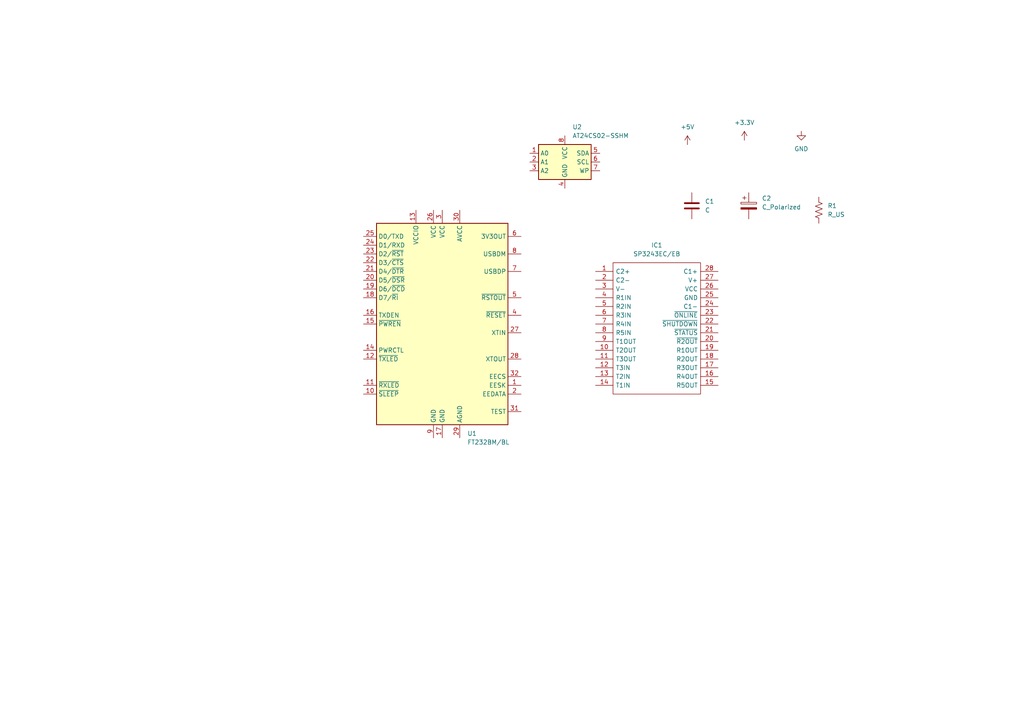
<source format=kicad_sch>
(kicad_sch (version 20231120) (generator "eeschema") (generator_version "8.0")
  (paper "A4")
  (title_block (title "Hokushime DB9 to RS232") (date "2025-04-14") (rev "0.0") (company "CRUMBS "))
  (lib_symbols
    (symbol "Device:C" (pin_numbers hide) (pin_names (offset 0.254))
      (property "Reference" "C" (at 0.635 2.54 0))
      (property "Value" "C" (at 0.635 -2.54 0))
      (symbol "C_0_1"
        (polyline (pts (xy -2.032 -0.762) (xy 2.032 -0.762)) (stroke (width 0.508)))
        (polyline (pts (xy -2.032 0.762) (xy 2.032 0.762)) (stroke (width 0.508)))
      )
      (symbol "C_1_1"
        (pin passive line (at 0 3.81 270) (length 2.794) (name "~") (number "1"))
        (pin passive line (at 0 -3.81 90) (length 2.794) (name "~") (number "2"))
      )
    )
    (symbol "Device:C_Polarized" (pin_numbers hide) (pin_names (offset 0.254))
      (property "Reference" "C" (at 0.635 2.54 0))
      (property "Value" "C_Polarized" (at 0.635 -2.54 0))
      (symbol "C_Polarized_0_1"
        (rectangle (start -2.286 0.508) (end 2.286 1.016))
        (polyline (pts (xy -1.778 2.286) (xy -0.762 2.286)))
        (polyline (pts (xy -1.27 2.794) (xy -1.27 1.778)))
        (rectangle (start 2.286 -0.508) (end -2.286 -1.016) (fill (type outline)))
      )
      (symbol "C_Polarized_1_1"
        (pin passive line (at 0 3.81 270) (length 2.794) (name "~") (number "1"))
        (pin passive line (at 0 -3.81 90) (length 2.794) (name "~") (number "2"))
      )
    )
    (symbol "Device:R_US" (pin_numbers hide) (pin_names (offset 0))
      (property "Reference" "R" (at 2.54 0 90))
      (property "Value" "R_US" (at -2.54 0 90))
      (symbol "R_US_0_1"
        (polyline (pts (xy 0 -2.286) (xy 0 -2.54)))
        (polyline (pts (xy 0 2.286) (xy 0 2.54)))
        (polyline (pts (xy 0 -0.762) (xy 1.016 -1.143) (xy 0 -1.524) (xy -1.016 -1.905) (xy 0 -2.286)))
        (polyline (pts (xy 0 0.762) (xy 1.016 0.381) (xy 0 0) (xy -1.016 -0.381) (xy 0 -0.762)))
        (polyline (pts (xy 0 2.286) (xy 1.016 1.905) (xy 0 1.524) (xy -1.016 1.143) (xy 0 0.762)))
      )
      (symbol "R_US_1_1"
        (pin passive line (at 0 3.81 270) (length 1.27) (name "~") (number "1"))
        (pin passive line (at 0 -3.81 90) (length 1.27) (name "~") (number "2"))
      )
    )
    (symbol "Interface_USB:FT232BM"
      (property "Reference" "U" (at -19.05 30.48 0))
      (property "Value" "FT232BM" (at 11.43 30.48 0))
      (symbol "FT232BM_0_1"
        (rectangle (start -19.05 29.21) (end 19.05 -29.21) (stroke (width 0.254)) (fill (type background)))
      )
      (symbol "FT232BM_1_1"
        (pin output line (at 22.86 -17.78 180) (length 3.81) (name "EESK") (number "1"))
        (pin output line (at -22.86 -20.32 0) (length 3.81) (name "~{SLEEP}") (number "10"))
        (pin open_collector line (at -22.86 -17.78 0) (length 3.81) (name "~{RXLED}") (number "11"))
        (pin open_collector line (at -22.86 -10.16 0) (length 3.81) (name "~{TXLED}") (number "12"))
        (pin power_in line (at -7.62 33.02 270) (length 3.81) (name "VCCIO") (number "13"))
        (pin input line (at -22.86 -7.62 0) (length 3.81) (name "PWRCTL") (number "14"))
        (pin output line (at -22.86 0 0) (length 3.81) (name "~{PWREN}") (number "15"))
        (pin output line (at -22.86 2.54 0) (length 3.81) (name "TXDEN") (number "16"))
        (pin power_in line (at 0 -33.02 90) (length 3.81) (name "GND") (number "17"))
        (pin bidirectional line (at -22.86 7.62 0) (length 3.81) (name "D7/~{RI}") (number "18"))
        (pin bidirectional line (at -22.86 10.16 0) (length 3.81) (name "D6/~{DCD}") (number "19"))
        (pin bidirectional line (at 22.86 -20.32 180) (length 3.81) (name "EEDATA") (number "2"))
        (pin bidirectional line (at -22.86 12.7 0) (length 3.81) (name "D5/~{DSR}") (number "20"))
        (pin bidirectional line (at -22.86 15.24 0) (length 3.81) (name "D4/~{DTR}") (number "21"))
        (pin bidirectional line (at -22.86 17.78 0) (length 3.81) (name "D3/~{CTS}") (number "22"))
        (pin bidirectional line (at -22.86 20.32 0) (length 3.81) (name "D2/~{RST}") (number "23"))
        (pin bidirectional line (at -22.86 22.86 0) (length 3.81) (name "D1/RXD") (number "24"))
        (pin bidirectional line (at -22.86 25.4 0) (length 3.81) (name "D0/TXD") (number "25"))
        (pin power_in line (at -2.54 33.02 270) (length 3.81) (name "VCC") (number "26"))
        (pin input line (at 22.86 -2.54 180) (length 3.81) (name "XTIN") (number "27"))
        (pin output line (at 22.86 -10.16 180) (length 3.81) (name "XTOUT") (number "28"))
        (pin power_in line (at 5.08 -33.02 90) (length 3.81) (name "AGND") (number "29"))
        (pin power_in line (at 0 33.02 270) (length 3.81) (name "VCC") (number "3"))
        (pin power_in line (at 5.08 33.02 270) (length 3.81) (name "AVCC") (number "30"))
        (pin input line (at 22.86 -25.4 180) (length 3.81) (name "TEST") (number "31"))
        (pin bidirectional line (at 22.86 -15.24 180) (length 3.81) (name "EECS") (number "32"))
        (pin input line (at 22.86 2.54 180) (length 3.81) (name "~{RESET}") (number "4"))
        (pin output line (at 22.86 7.62 180) (length 3.81) (name "~{RSTOUT}") (number "5"))
        (pin power_out line (at 22.86 25.4 180) (length 3.81) (name "3V3OUT") (number "6"))
        (pin bidirectional line (at 22.86 15.24 180) (length 3.81) (name "USBDP") (number "7"))
        (pin bidirectional line (at 22.86 20.32 180) (length 3.81) (name "USBDM") (number "8"))
        (pin power_in line (at -2.54 -33.02 90) (length 3.81) (name "GND") (number "9"))
      )
    )
    (symbol "Memory_EEPROM:AT24CS02-SSHM"
      (property "Reference" "U" (at -7.62 6.35 0))
      (property "Value" "AT24CS02-SSHM" (at 2.54 -6.35 0))
      (symbol "AT24CS02-SSHM_1_1"
        (rectangle (start -7.62 5.08) (end 7.62 -5.08) (stroke (width 0.254)) (fill (type background)))
        (pin input line (at -10.16 2.54 0) (length 2.54) (name "A0") (number "1"))
        (pin input line (at -10.16 0 0) (length 2.54) (name "A1") (number "2"))
        (pin input line (at -10.16 -2.54 0) (length 2.54) (name "A2") (number "3"))
        (pin power_in line (at 0 -7.62 90) (length 2.54) (name "GND") (number "4"))
        (pin bidirectional line (at 10.16 2.54 180) (length 2.54) (name "SDA") (number "5"))
        (pin input line (at 10.16 0 180) (length 2.54) (name "SCL") (number "6"))
        (pin input line (at 10.16 -2.54 180) (length 2.54) (name "WP") (number "7"))
        (pin power_in line (at 0 7.62 270) (length 2.54) (name "VCC") (number "8"))
      )
    )
    (symbol "SP3243ECA-L:SP3243ECA-L" (pin_names (offset 0.762))
      (property "Reference" "IC" (at 31.75 7.62 0))
      (property "Value" "SP3243ECA-L" (at 31.75 5.08 0))
      (symbol "SP3243ECA-L_0_0"
        (pin passive line (at 0 0 0) (length 5.08) (name "C2+") (number "1"))
        (pin passive line (at 0 -22.86 0) (length 5.08) (name "T2OUT") (number "10"))
        (pin passive line (at 0 -25.4 0) (length 5.08) (name "T3OUT") (number "11"))
        (pin passive line (at 0 -27.94 0) (length 5.08) (name "T3IN") (number "12"))
        (pin passive line (at 0 -30.48 0) (length 5.08) (name "T2IN") (number "13"))
        (pin passive line (at 0 -33.02 0) (length 5.08) (name "T1IN") (number "14"))
        (pin passive line (at 35.56 -33.02 180) (length 5.08) (name "R5OUT") (number "15"))
        (pin passive line (at 35.56 -30.48 180) (length 5.08) (name "R4OUT") (number "16"))
        (pin passive line (at 35.56 -27.94 180) (length 5.08) (name "R3OUT") (number "17"))
        (pin passive line (at 35.56 -25.4 180) (length 5.08) (name "R2OUT") (number "18"))
        (pin passive line (at 35.56 -22.86 180) (length 5.08) (name "R1OUT") (number "19"))
        (pin passive line (at 0 -2.54 0) (length 5.08) (name "C2-") (number "2"))
        (pin passive line (at 35.56 -20.32 180) (length 5.08) (name "~{R2OUT}") (number "20"))
        (pin passive line (at 35.56 -17.78 180) (length 5.08) (name "~{STATUS}") (number "21"))
        (pin passive line (at 35.56 -15.24 180) (length 5.08) (name "~{SHUTDOWN}") (number "22"))
        (pin passive line (at 35.56 -12.7 180) (length 5.08) (name "~{ONLINE}") (number "23"))
        (pin passive line (at 35.56 -10.16 180) (length 5.08) (name "C1-") (number "24"))
        (pin passive line (at 35.56 -7.62 180) (length 5.08) (name "GND") (number "25"))
        (pin passive line (at 35.56 -5.08 180) (length 5.08) (name "VCC") (number "26"))
        (pin passive line (at 35.56 -2.54 180) (length 5.08) (name "V+") (number "27"))
        (pin passive line (at 35.56 0 180) (length 5.08) (name "C1+") (number "28"))
        (pin passive line (at 0 -5.08 0) (length 5.08) (name "V-") (number "3"))
        (pin passive line (at 0 -7.62 0) (length 5.08) (name "R1IN") (number "4"))
        (pin passive line (at 0 -10.16 0) (length 5.08) (name "R2IN") (number "5"))
        (pin passive line (at 0 -12.7 0) (length 5.08) (name "R3IN") (number "6"))
        (pin passive line (at 0 -15.24 0) (length 5.08) (name "R4IN") (number "7"))
        (pin passive line (at 0 -17.78 0) (length 5.08) (name "R5IN") (number "8"))
        (pin passive line (at 0 -20.32 0) (length 5.08) (name "T1OUT") (number "9"))
      )
      (symbol "SP3243ECA-L_0_1"
        (polyline (pts (xy 5.08 2.54) (xy 30.48 2.54) (xy 30.48 -35.56) (xy 5.08 -35.56) (xy 5.08 2.54)) (stroke (width 0.1524)))
      )
    )
    (symbol "power:+3.3V" (power) (pin_numbers hide) (pin_names (offset 0) hide)
      (property "Value" "+3.3V" (at 0 3.556 0))
      (symbol "+3.3V_0_1"
        (polyline (pts (xy -0.762 1.27) (xy 0 2.54)))
        (polyline (pts (xy 0 0) (xy 0 2.54)))
        (polyline (pts (xy 0 2.54) (xy 0.762 1.27)))
      )
      (symbol "+3.3V_1_1"
        (pin power_in line (at 0 0 90) (length 0) (name "~") (number "1"))
      )
    )
    (symbol "power:+5V" (power) (pin_numbers hide) (pin_names (offset 0) hide)
      (property "Value" "+5V" (at 0 3.556 0))
      (symbol "+5V_0_1"
        (polyline (pts (xy -0.762 1.27) (xy 0 2.54)))
        (polyline (pts (xy 0 0) (xy 0 2.54)))
        (polyline (pts (xy 0 2.54) (xy 0.762 1.27)))
      )
      (symbol "+5V_1_1"
        (pin power_in line (at 0 0 90) (length 0) (name "~") (number "1"))
      )
    )
    (symbol "power:GND" (power) (pin_numbers hide) (pin_names (offset 0) hide)
      (property "Value" "GND" (at 0 -3.81 0))
      (symbol "GND_0_1"
        (polyline (pts (xy 0 0) (xy 0 -1.27) (xy 1.27 -1.27) (xy 0 -2.54) (xy -1.27 -1.27) (xy 0 -1.27)))
      )
      (symbol "GND_1_1"
        (pin power_in line (at 0 0 270) (length 0) (name "~") (number "1"))
      )
    )
  )
  (symbol (lib_id "SP3243ECA-L:SP3243ECA-L") (at 172.72 78.74 0) (unit 1)
    (property "Reference" "IC1" (at 190.5 71.12 0))
    (property "Value" "SP3243EC/EB" (at 190.5 73.66 0))
    (property "Footprint" "SOP65P780X200-28N" (effects (hide yes)))
    (property "Datasheet" "https://www.maxlinear.com/ds/sp3243e.pdf" (effects (hide yes)))
    (property "Description" "EXAR SP3243ECA-L, Line Transceiver 3-TX 5-RX 3-TRX, 3.3 V, 5 V, 28-Pin SSOP" (effects (hide yes)))
    (property "Height" "2" (effects (hide yes)))
    (property "Manufacturer_Name" "EXAR" (effects (hide yes)))
    (property "Manufacturer_Part_Number" "SP3243ECA-L" (effects (hide yes)))
    (property "Arrow Part Number" "SP3243ECA-L" (effects (hide yes)))
    (property "Arrow Price/Stock" "https://www.arrow.com/en/products/sp3243eca-l/exar" (effects (hide yes)))
  )
  (symbol (lib_id "Memory_EEPROM:AT24CS02-SSHM") (at 163.83 46.99 0) (unit 1)
    (property "Reference" "U2" (at 166.0241 36.83 0) (effects (justify left)))
    (property "Value" "AT24CS02-SSHM" (at 166.0241 39.37 0) (effects (justify left)))
    (property "Footprint" "Package_SO:SOIC-8_3.9x4.9mm_P1.27mm" (effects (hide yes)))
    (property "Datasheet" "http://ww1.microchip.com/downloads/en/DeviceDoc/Atmel-8815-SEEPROM-AT24CS01-02-Datasheet.pdf" (effects (hide yes)))
    (property "Description" "I2C Serial EEPROM, 2Kb (256x8) with Unique Serial Number, SO8" (effects (hide yes)))
  )
  (symbol (lib_id "power:+5V") (at 199.39 41.91 0) (unit 1)
    (property "Reference" "#PWR03" (effects (hide yes)))
    (property "Value" "+5V" (at 199.39 36.83 0))
    (property "Description" "Power symbol creates a global label with name \"+5V\"" (effects (hide yes)))
  )
  (symbol (lib_id "Interface_USB:FT232BM") (at 128.27 93.98 0) (unit 1)
    (property "Reference" "U1" (at 135.5441 125.73 0) (effects (justify left)))
    (property "Value" "FT232BM/BL " (at 135.5441 128.27 0) (effects (justify left)))
    (property "Footprint" "Package_QFP:LQFP-48_7x7mm_P0.5mm" (effects (hide yes)))
    (property "Datasheet" "https://www.ftdichip.com/Support/Documents/DataSheets/ICs/DS_FT232BM.pdf" (effects (hide yes)))
    (property "Description" "Hi Speed Single Channel USB UART/FIFO, LQFP-32" (effects (hide yes)))
  )
  (symbol (lib_id "Device:C_Polarized") (at 217.17 59.69 0) (unit 1)
    (property "Reference" "C2" (at 220.98 57.5309 0) (effects (justify left)))
    (property "Value" "C_Polarized" (at 220.98 60.0709 0) (effects (justify left)))
    (property "Description" "Polarized capacitor" (effects (hide yes)))
  )
  (symbol (lib_id "power:+3.3V") (at 215.9 40.64 0) (unit 1)
    (property "Reference" "#PWR01" (effects (hide yes)))
    (property "Value" "+3.3V" (at 215.9 35.56 0))
    (property "Description" "Power symbol creates a global label with name \"+3.3V\"" (effects (hide yes)))
  )
  (symbol (lib_id "power:GND") (at 232.41 38.1 0) (unit 1)
    (property "Reference" "#PWR02" (effects (hide yes)))
    (property "Value" "GND" (at 232.41 43.18 0))
    (property "Description" "Power symbol creates a global label with name \"GND\" , ground" (effects (hide yes)))
  )
  (symbol (lib_id "Device:R_US") (at 237.49 60.96 0) (unit 1)
    (property "Reference" "R1" (at 240.03 59.6899 0) (effects (justify left)))
    (property "Value" "R_US" (at 240.03 62.2299 0) (effects (justify left)))
    (property "Description" "Resistor, US symbol" (effects (hide yes)))
  )
  (symbol (lib_id "Device:C") (at 200.66 59.69 0) (unit 1)
    (property "Reference" "C1" (at 204.47 58.4199 0) (effects (justify left)))
    (property "Value" "C" (at 204.47 60.9599 0) (effects (justify left)))
    (property "Description" "Unpolarized capacitor" (effects (hide yes)))
  )
)
</source>
